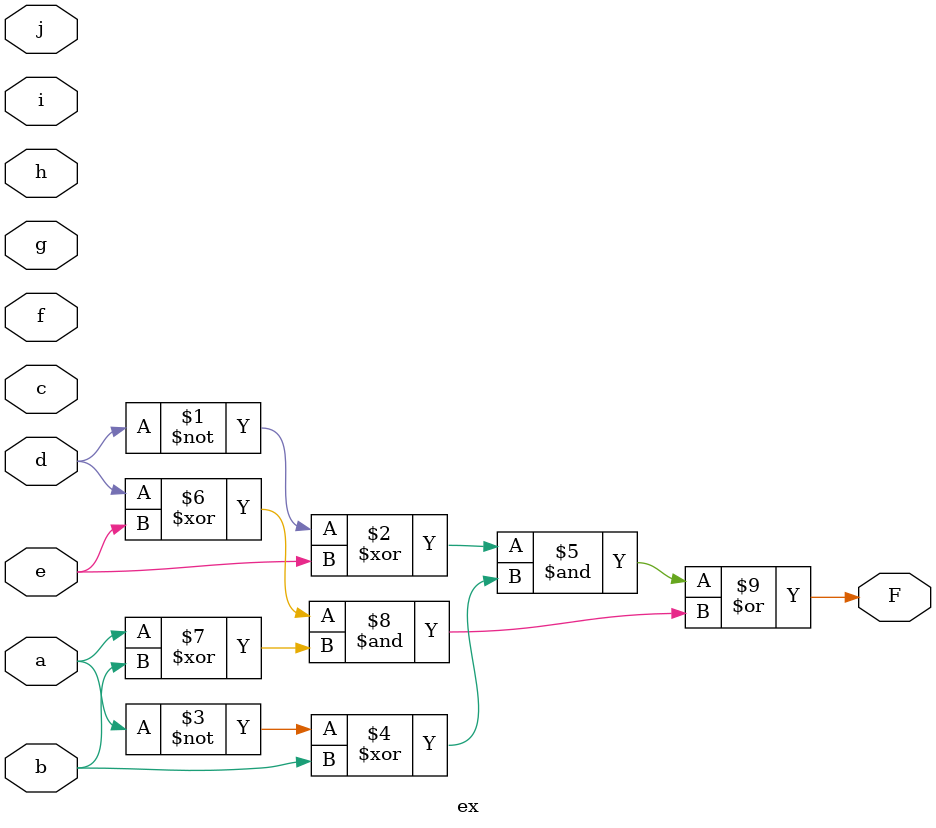
<source format=v>

module ex ( 
    a, b, c, d, e, f, g, h, i, j,
    F  );
  input  a, b, c, d, e, f, g, h, i, j;
  output F;
  assign F = ((~d ^ e) & (~a ^ b)) | ((d ^ e) & (a ^ b));
endmodule



</source>
